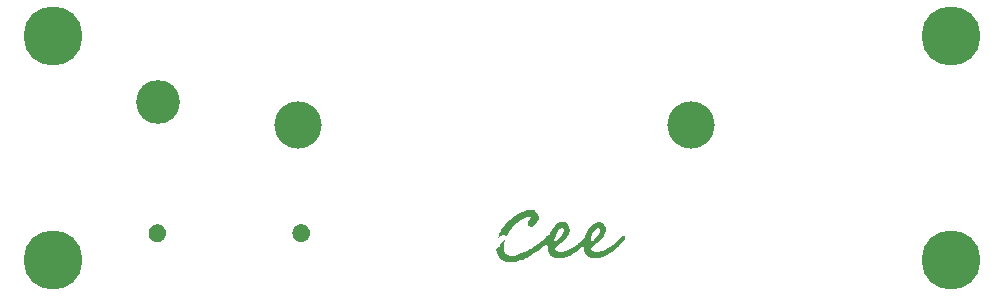
<source format=gbr>
%TF.GenerationSoftware,KiCad,Pcbnew,9.0.0*%
%TF.CreationDate,2025-05-16T22:32:30-04:00*%
%TF.ProjectId,Front Plate,46726f6e-7420-4506-9c61-74652e6b6963,rev?*%
%TF.SameCoordinates,Original*%
%TF.FileFunction,Soldermask,Top*%
%TF.FilePolarity,Negative*%
%FSLAX46Y46*%
G04 Gerber Fmt 4.6, Leading zero omitted, Abs format (unit mm)*
G04 Created by KiCad (PCBNEW 9.0.0) date 2025-05-16 22:32:30*
%MOMM*%
%LPD*%
G01*
G04 APERTURE LIST*
%ADD10C,0.000000*%
%ADD11C,4.000000*%
%ADD12C,5.000000*%
%ADD13C,3.708400*%
G04 APERTURE END LIST*
D10*
%TO.C,G\u002A\u002A\u002A*%
G36*
X138588962Y-93412727D02*
G01*
X138704475Y-93427186D01*
X138802774Y-93450722D01*
X138853511Y-93471050D01*
X138916476Y-93514922D01*
X138988321Y-93583806D01*
X139061670Y-93669415D01*
X139129150Y-93763465D01*
X139162458Y-93818199D01*
X139201641Y-93903456D01*
X139220456Y-93988687D01*
X139217842Y-94078290D01*
X139192734Y-94176662D01*
X139144070Y-94288200D01*
X139070786Y-94417302D01*
X138986169Y-94547340D01*
X138902610Y-94661092D01*
X138825706Y-94743536D01*
X138750050Y-94798400D01*
X138670236Y-94829412D01*
X138580858Y-94840298D01*
X138561159Y-94840386D01*
X138445357Y-94826959D01*
X138357735Y-94789560D01*
X138297985Y-94727913D01*
X138265802Y-94641743D01*
X138259506Y-94568838D01*
X138261249Y-94512500D01*
X138269135Y-94466413D01*
X138287156Y-94421994D01*
X138319299Y-94370660D01*
X138369555Y-94303827D01*
X138401363Y-94263620D01*
X138466107Y-94179501D01*
X138507691Y-94117407D01*
X138528447Y-94072477D01*
X138530706Y-94039845D01*
X138519334Y-94017546D01*
X138472968Y-93990599D01*
X138398118Y-93986830D01*
X138295141Y-94006156D01*
X138164394Y-94048491D01*
X138006234Y-94113753D01*
X137898237Y-94163923D01*
X137627718Y-94314408D01*
X137371195Y-94498514D01*
X137130080Y-94715014D01*
X136905786Y-94962677D01*
X136757792Y-95156385D01*
X136713771Y-95220129D01*
X136672091Y-95285388D01*
X136628813Y-95359027D01*
X136580000Y-95447909D01*
X136521714Y-95558900D01*
X136476885Y-95646149D01*
X136439634Y-95719065D01*
X136414671Y-95646149D01*
X136375060Y-95568424D01*
X136319925Y-95523268D01*
X136248165Y-95510381D01*
X136158678Y-95529468D01*
X136090955Y-95558644D01*
X136026724Y-95597903D01*
X135953559Y-95653419D01*
X135886832Y-95713481D01*
X135884211Y-95716120D01*
X135821260Y-95777223D01*
X135778659Y-95811285D01*
X135753168Y-95819843D01*
X135741548Y-95804428D01*
X135739886Y-95784448D01*
X135747593Y-95745298D01*
X135768737Y-95680143D01*
X135800355Y-95596203D01*
X135839481Y-95500697D01*
X135883151Y-95400846D01*
X135928400Y-95303871D01*
X135972265Y-95216990D01*
X135974944Y-95211965D01*
X136131439Y-94948777D01*
X136312049Y-94700600D01*
X136519670Y-94464266D01*
X136757202Y-94236610D01*
X137027541Y-94014468D01*
X137164124Y-93912965D01*
X137303774Y-93821680D01*
X137465667Y-93731629D01*
X137641554Y-93646261D01*
X137823184Y-93569027D01*
X138002309Y-93503379D01*
X138170678Y-93452765D01*
X138320041Y-93420638D01*
X138352139Y-93416062D01*
X138467697Y-93408600D01*
X138588962Y-93412727D01*
G37*
G36*
X141380682Y-94457955D02*
G01*
X141493429Y-94489980D01*
X141512386Y-94498591D01*
X141622141Y-94572298D01*
X141709136Y-94673383D01*
X141771776Y-94798814D01*
X141808469Y-94945556D01*
X141818076Y-95080355D01*
X141811969Y-95207644D01*
X141791218Y-95319391D01*
X141752053Y-95429425D01*
X141690706Y-95551576D01*
X141688590Y-95555381D01*
X141592176Y-95703852D01*
X141463561Y-95860670D01*
X141302025Y-96026566D01*
X141106845Y-96202265D01*
X140877303Y-96388496D01*
X140820213Y-96432408D01*
X140721924Y-96509782D01*
X140647968Y-96573305D01*
X140600676Y-96620855D01*
X140582683Y-96648812D01*
X140585811Y-96701637D01*
X140614925Y-96771547D01*
X140615205Y-96772060D01*
X140652028Y-96825934D01*
X140701515Y-96868426D01*
X140769864Y-96907151D01*
X140821950Y-96931887D01*
X140866396Y-96947895D01*
X140913724Y-96956997D01*
X140974458Y-96961014D01*
X141059121Y-96961767D01*
X141084816Y-96961661D01*
X141234230Y-96954864D01*
X141374044Y-96934459D01*
X141513904Y-96897947D01*
X141663454Y-96842831D01*
X141825881Y-96769719D01*
X141999315Y-96680648D01*
X142156093Y-96586457D01*
X142310237Y-96478187D01*
X142433702Y-96381422D01*
X142492431Y-96332030D01*
X142565280Y-96268248D01*
X142647170Y-96194797D01*
X142733019Y-96116402D01*
X142817748Y-96037785D01*
X142832603Y-96023765D01*
X143582393Y-96023765D01*
X143585268Y-96058963D01*
X143602625Y-96091053D01*
X143634584Y-96098156D01*
X143684372Y-96079588D01*
X143755217Y-96034666D01*
X143777974Y-96018226D01*
X143881253Y-95936391D01*
X143987667Y-95841985D01*
X144088976Y-95743093D01*
X144176940Y-95647803D01*
X144243319Y-95564201D01*
X144249039Y-95555934D01*
X144320520Y-95430500D01*
X144367452Y-95303780D01*
X144388417Y-95182352D01*
X144381994Y-95072796D01*
X144365249Y-95017499D01*
X144332335Y-94964883D01*
X144287076Y-94941481D01*
X144225129Y-94946552D01*
X144142149Y-94979355D01*
X144141962Y-94979446D01*
X144032571Y-95052407D01*
X143928210Y-95161533D01*
X143829339Y-95306222D01*
X143736420Y-95485870D01*
X143710219Y-95545444D01*
X143670300Y-95648875D01*
X143635591Y-95756511D01*
X143608058Y-95860263D01*
X143589669Y-95952044D01*
X143582393Y-96023765D01*
X142832603Y-96023765D01*
X142896277Y-95963669D01*
X142963525Y-95898778D01*
X143014411Y-95847834D01*
X143043857Y-95815559D01*
X143047206Y-95811061D01*
X143062893Y-95779397D01*
X143086407Y-95722073D01*
X143113956Y-95648614D01*
X143130464Y-95601867D01*
X143176749Y-95475657D01*
X143224412Y-95365028D01*
X143279408Y-95258139D01*
X143347691Y-95143151D01*
X143409322Y-95047332D01*
X143548400Y-94859731D01*
X143695788Y-94706833D01*
X143850862Y-94589052D01*
X144012998Y-94506800D01*
X144181572Y-94460488D01*
X144313447Y-94449583D01*
X144399434Y-94451386D01*
X144462928Y-94459207D01*
X144518345Y-94475806D01*
X144569279Y-94498591D01*
X144676569Y-94570731D01*
X144761760Y-94668479D01*
X144824095Y-94787155D01*
X144862814Y-94922076D01*
X144877161Y-95068562D01*
X144866377Y-95221930D01*
X144829704Y-95377500D01*
X144766384Y-95530588D01*
X144743282Y-95573234D01*
X144694957Y-95646142D01*
X144625128Y-95736226D01*
X144540178Y-95836265D01*
X144446492Y-95939037D01*
X144350452Y-96037320D01*
X144258441Y-96123892D01*
X144249721Y-96131615D01*
X144179662Y-96191341D01*
X144090361Y-96264649D01*
X143992332Y-96343048D01*
X143896092Y-96418044D01*
X143877604Y-96432176D01*
X143779050Y-96509685D01*
X143704946Y-96573270D01*
X143657588Y-96620840D01*
X143639575Y-96648812D01*
X143641855Y-96711161D01*
X143674338Y-96778129D01*
X143732019Y-96842781D01*
X143809894Y-96898181D01*
X143825550Y-96906573D01*
X143875499Y-96930944D01*
X143918093Y-96946989D01*
X143963254Y-96956407D01*
X144020903Y-96960900D01*
X144100964Y-96962168D01*
X144149723Y-96962132D01*
X144281234Y-96957696D01*
X144400588Y-96943573D01*
X144516946Y-96917360D01*
X144639473Y-96876657D01*
X144777329Y-96819061D01*
X144882230Y-96770114D01*
X145052900Y-96682516D01*
X145207263Y-96590176D01*
X145359066Y-96484318D01*
X145491089Y-96381422D01*
X145576816Y-96309326D01*
X145680071Y-96218306D01*
X145792571Y-96116022D01*
X145906032Y-96010134D01*
X146012170Y-95908301D01*
X146102702Y-95818182D01*
X146124058Y-95796162D01*
X146213694Y-95712857D01*
X146298938Y-95651869D01*
X146376418Y-95613184D01*
X146442762Y-95596789D01*
X146494598Y-95602669D01*
X146528555Y-95630810D01*
X146541260Y-95681199D01*
X146529341Y-95753820D01*
X146513379Y-95797783D01*
X146475496Y-95868143D01*
X146413548Y-95958700D01*
X146331322Y-96065213D01*
X146232608Y-96183444D01*
X146121193Y-96309151D01*
X146000864Y-96438095D01*
X145875410Y-96566035D01*
X145748618Y-96688732D01*
X145624277Y-96801945D01*
X145588708Y-96832835D01*
X145416885Y-96968490D01*
X145224674Y-97099879D01*
X145021678Y-97221440D01*
X144817498Y-97327609D01*
X144621735Y-97412823D01*
X144531473Y-97445350D01*
X144345671Y-97493992D01*
X144157309Y-97519174D01*
X143971136Y-97521869D01*
X143791902Y-97503053D01*
X143624355Y-97463701D01*
X143473245Y-97404788D01*
X143343322Y-97327288D01*
X143239334Y-97232177D01*
X143193661Y-97170733D01*
X143133959Y-97055777D01*
X143081009Y-96913704D01*
X143038196Y-96754297D01*
X143022430Y-96675568D01*
X143004624Y-96585672D01*
X142985872Y-96526440D01*
X142961735Y-96497122D01*
X142927776Y-96496967D01*
X142879555Y-96525224D01*
X142812634Y-96581143D01*
X142758187Y-96630874D01*
X142565163Y-96802587D01*
X142382966Y-96948837D01*
X142202912Y-97075660D01*
X142016319Y-97189095D01*
X141814504Y-97295179D01*
X141775883Y-97313963D01*
X141625885Y-97383531D01*
X141498493Y-97435732D01*
X141384897Y-97472845D01*
X141276290Y-97497152D01*
X141163861Y-97510933D01*
X141038803Y-97516470D01*
X140992183Y-97516879D01*
X140836465Y-97513088D01*
X140706139Y-97499552D01*
X140590320Y-97474087D01*
X140478126Y-97434508D01*
X140395675Y-97397114D01*
X140269056Y-97315047D01*
X140162717Y-97202598D01*
X140077122Y-97060695D01*
X140012735Y-96890264D01*
X139970019Y-96692233D01*
X139951444Y-96509107D01*
X139944143Y-96406391D01*
X139933450Y-96333806D01*
X139915933Y-96290776D01*
X139888157Y-96276721D01*
X139846689Y-96291065D01*
X139788095Y-96333227D01*
X139708942Y-96402632D01*
X139649003Y-96458185D01*
X139392159Y-96682484D01*
X139107765Y-96902393D01*
X138805267Y-97111530D01*
X138494115Y-97303514D01*
X138183758Y-97471962D01*
X138055713Y-97534254D01*
X137843709Y-97625172D01*
X137626278Y-97702694D01*
X137409271Y-97765542D01*
X137198538Y-97812438D01*
X136999929Y-97842105D01*
X136819295Y-97853266D01*
X136662485Y-97844642D01*
X136645503Y-97842211D01*
X136439242Y-97799893D01*
X136254244Y-97740555D01*
X136094728Y-97665943D01*
X135964914Y-97577802D01*
X135929271Y-97546003D01*
X135828057Y-97425497D01*
X135743065Y-97276290D01*
X135676786Y-97104095D01*
X135631714Y-96914628D01*
X135620520Y-96838106D01*
X135607641Y-96732008D01*
X135802934Y-96527510D01*
X135884540Y-96440201D01*
X135969072Y-96346604D01*
X136047424Y-96256994D01*
X136110488Y-96181643D01*
X136119468Y-96170443D01*
X136199298Y-96070180D01*
X136259194Y-95995561D01*
X136302126Y-95943102D01*
X136331065Y-95909318D01*
X136348980Y-95890725D01*
X136358841Y-95883841D01*
X136363125Y-95884608D01*
X136362041Y-95904634D01*
X136353092Y-95952970D01*
X136337816Y-96022084D01*
X136320352Y-96094142D01*
X136299784Y-96180727D01*
X136285520Y-96255919D01*
X136276419Y-96330524D01*
X136271342Y-96415344D01*
X136269149Y-96521185D01*
X136268784Y-96582935D01*
X136268730Y-96692925D01*
X136270032Y-96773631D01*
X136273705Y-96832821D01*
X136280765Y-96878262D01*
X136292227Y-96917722D01*
X136309105Y-96958968D01*
X136321471Y-96986107D01*
X136389559Y-97099500D01*
X136477114Y-97192679D01*
X136576554Y-97257793D01*
X136589525Y-97263604D01*
X136653950Y-97281438D01*
X136745021Y-97294122D01*
X136852634Y-97301241D01*
X136966686Y-97302383D01*
X137077073Y-97297136D01*
X137162460Y-97287019D01*
X137330051Y-97249806D01*
X137520555Y-97190312D01*
X137728999Y-97110658D01*
X137950408Y-97012962D01*
X138179810Y-96899342D01*
X138412230Y-96771917D01*
X138518920Y-96709170D01*
X138714396Y-96586454D01*
X138914121Y-96451473D01*
X139111670Y-96309128D01*
X139300617Y-96164317D01*
X139436765Y-96052862D01*
X140522155Y-96052862D01*
X140525850Y-96071879D01*
X140548068Y-96096889D01*
X140587262Y-96096429D01*
X140645406Y-96069730D01*
X140724469Y-96016025D01*
X140779853Y-95972872D01*
X140956273Y-95818678D01*
X141099763Y-95667259D01*
X141209528Y-95519720D01*
X141284774Y-95377165D01*
X141324704Y-95240701D01*
X141328857Y-95209836D01*
X141330017Y-95114302D01*
X141314339Y-95032925D01*
X141284033Y-94973688D01*
X141257072Y-94950587D01*
X141195544Y-94937887D01*
X141122155Y-94956346D01*
X141040362Y-95003381D01*
X140953619Y-95076410D01*
X140865383Y-95172851D01*
X140779107Y-95290123D01*
X140757149Y-95324145D01*
X140716745Y-95398184D01*
X140675151Y-95491131D01*
X140634537Y-95595968D01*
X140597074Y-95705676D01*
X140564934Y-95813238D01*
X140540286Y-95911635D01*
X140525303Y-95993849D01*
X140522155Y-96052862D01*
X139436765Y-96052862D01*
X139474538Y-96021940D01*
X139627006Y-95886897D01*
X139733495Y-95783028D01*
X139806919Y-95708665D01*
X139862146Y-95657213D01*
X139905516Y-95623817D01*
X139943366Y-95603621D01*
X139982035Y-95591770D01*
X139983605Y-95591419D01*
X140018380Y-95582878D01*
X140044760Y-95571251D01*
X140067671Y-95550590D01*
X140092043Y-95514950D01*
X140122802Y-95458383D01*
X140164876Y-95374942D01*
X140167748Y-95369191D01*
X140293853Y-95138541D01*
X140424761Y-94943053D01*
X140562129Y-94780968D01*
X140707615Y-94650530D01*
X140862877Y-94549980D01*
X140997961Y-94488856D01*
X141120422Y-94457156D01*
X141252171Y-94446934D01*
X141380682Y-94457955D01*
G37*
%TD*%
D11*
%TO.C,REF\u002A\u002A*%
X118790000Y-86230000D03*
X152120000Y-86240000D03*
%TD*%
D12*
%TO.C,REF\u002A\u002A*%
X98119160Y-78697420D03*
X174119260Y-78697420D03*
X98119160Y-97697390D03*
X174119260Y-97697390D03*
%TD*%
D13*
%TO.C,SW1*%
X106930000Y-84280000D03*
%TD*%
G36*
X107071289Y-94655669D02*
G01*
X107098360Y-94661847D01*
X107230510Y-94708088D01*
X107255528Y-94720136D01*
X107374073Y-94794623D01*
X107395782Y-94811936D01*
X107494778Y-94910932D01*
X107512091Y-94932641D01*
X107586578Y-95051186D01*
X107598626Y-95076204D01*
X107644867Y-95208354D01*
X107651045Y-95235425D01*
X107666720Y-95374547D01*
X107666720Y-95402313D01*
X107651045Y-95541434D01*
X107644867Y-95568505D01*
X107598626Y-95700655D01*
X107586578Y-95725673D01*
X107512091Y-95844218D01*
X107494778Y-95865927D01*
X107395782Y-95964923D01*
X107374073Y-95982236D01*
X107255528Y-96056723D01*
X107230510Y-96068771D01*
X107098360Y-96115012D01*
X107071289Y-96121190D01*
X106932168Y-96136865D01*
X106904402Y-96136865D01*
X106765280Y-96121190D01*
X106738209Y-96115012D01*
X106606059Y-96068771D01*
X106581041Y-96056723D01*
X106462496Y-95982236D01*
X106440787Y-95964923D01*
X106341791Y-95865927D01*
X106324478Y-95844218D01*
X106249991Y-95725673D01*
X106237943Y-95700655D01*
X106191702Y-95568505D01*
X106185524Y-95541434D01*
X106169849Y-95402313D01*
X106169849Y-95374547D01*
X106185524Y-95235425D01*
X106191702Y-95208354D01*
X106237943Y-95076204D01*
X106249991Y-95051186D01*
X106324478Y-94932641D01*
X106341791Y-94910932D01*
X106440787Y-94811936D01*
X106462496Y-94794623D01*
X106581041Y-94720136D01*
X106606059Y-94708088D01*
X106738209Y-94661847D01*
X106765280Y-94655669D01*
X106904402Y-94639994D01*
X106932168Y-94639994D01*
X107071289Y-94655669D01*
G37*
G36*
X119253147Y-94655669D02*
G01*
X119280218Y-94661847D01*
X119412368Y-94708088D01*
X119437386Y-94720136D01*
X119555931Y-94794623D01*
X119577640Y-94811936D01*
X119676636Y-94910932D01*
X119693949Y-94932641D01*
X119768436Y-95051186D01*
X119780484Y-95076204D01*
X119826725Y-95208354D01*
X119832903Y-95235425D01*
X119848578Y-95374547D01*
X119848578Y-95402313D01*
X119832903Y-95541434D01*
X119826725Y-95568505D01*
X119780484Y-95700655D01*
X119768436Y-95725673D01*
X119693949Y-95844218D01*
X119676636Y-95865927D01*
X119577640Y-95964923D01*
X119555931Y-95982236D01*
X119437386Y-96056723D01*
X119412368Y-96068771D01*
X119280218Y-96115012D01*
X119253147Y-96121190D01*
X119114026Y-96136865D01*
X119086260Y-96136865D01*
X118947138Y-96121190D01*
X118920067Y-96115012D01*
X118787917Y-96068771D01*
X118762899Y-96056723D01*
X118644354Y-95982236D01*
X118622645Y-95964923D01*
X118523649Y-95865927D01*
X118506336Y-95844218D01*
X118431849Y-95725673D01*
X118419801Y-95700655D01*
X118373560Y-95568505D01*
X118367382Y-95541434D01*
X118351707Y-95402313D01*
X118351707Y-95374547D01*
X118367382Y-95235425D01*
X118373560Y-95208354D01*
X118419801Y-95076204D01*
X118431849Y-95051186D01*
X118506336Y-94932641D01*
X118523649Y-94910932D01*
X118622645Y-94811936D01*
X118644354Y-94794623D01*
X118762899Y-94720136D01*
X118787917Y-94708088D01*
X118920067Y-94661847D01*
X118947138Y-94655669D01*
X119086260Y-94639994D01*
X119114026Y-94639994D01*
X119253147Y-94655669D01*
G37*
M02*

</source>
